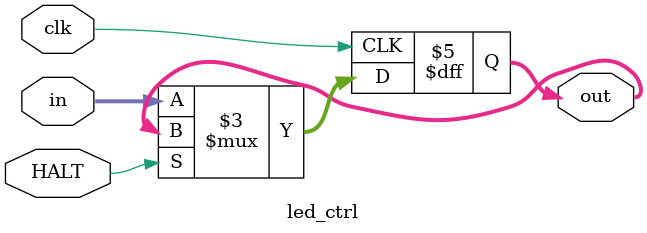
<source format=v>
`timescale 1ns / 1ps


module led_ctrl(
    input clk,
    input HALT,
    input [5:0] in,
    output reg [5:0] out
    );
    
    always @(posedge clk) begin
        if (HALT == 0) begin
            out <= in;
        end
    end
endmodule

</source>
